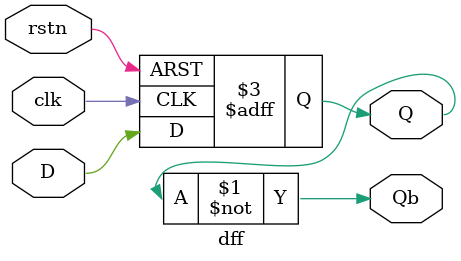
<source format=v>
`timescale 1ns/1ps

module dff(
			input wire D,		// input D
			input wire clk,		// input clk
			input wire rstn,	// reset (active low)
			output reg Q,		// output
			output wire Qb		// complementary output
		);

	assign Qb = ~Q;	
		
	always @(posedge clk ,posedge rstn) begin
		if(rstn) begin
			Q = 0;
		end
		else begin
			Q = D;
		end		
	end
endmodule
</source>
